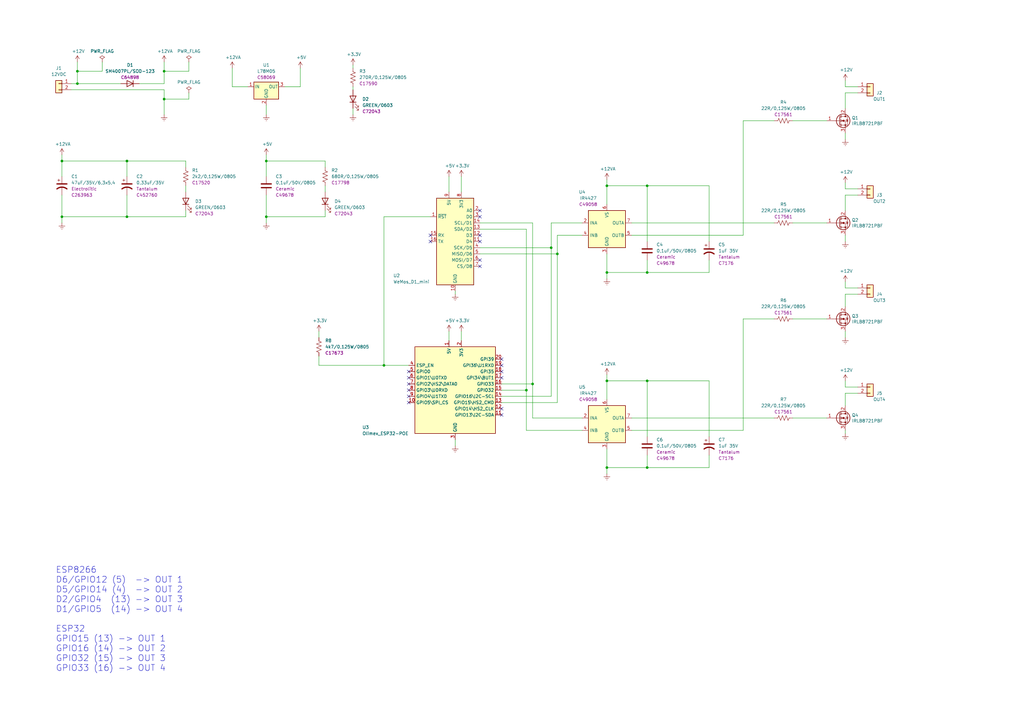
<source format=kicad_sch>
(kicad_sch (version 20230121) (generator eeschema)
  (paper "A3")
  (title_block (title "ESP 4 PWM Module") (date "2022-03-06") (rev "2"))
  (lib_symbols
    (symbol "Connector_Generic:Conn_01x02" (pin_names (offset 1.016) hide)
      (property "Reference" "J" (at 0 2.54 0))
      (property "Value" "Conn_01x02" (at 0 -5.08 0))
      (symbol "Conn_01x02_1_1"
        (rectangle (start -1.27 -2.413) (end 0 -2.667) (stroke (width 0.1524)))
        (rectangle (start -1.27 0.127) (end 0 -0.127) (stroke (width 0.1524)))
        (rectangle (start -1.27 1.27) (end 1.27 -3.81) (stroke (width 0.254)) (fill (type background)))
        (pin passive line (at -5.08 0 0) (length 3.81) (name "Pin_1") (number "1"))
        (pin passive line (at -5.08 -2.54 0) (length 3.81) (name "Pin_2") (number "2"))
      )
    )
    (symbol "Device:C" (pin_numbers hide) (pin_names (offset 0.254))
      (property "Reference" "C" (at 0.635 2.54 0))
      (property "Value" "C" (at 0.635 -2.54 0))
      (symbol "C_0_1"
        (polyline (pts (xy -2.032 -0.762) (xy 2.032 -0.762)) (stroke (width 0.508)))
        (polyline (pts (xy -2.032 0.762) (xy 2.032 0.762)) (stroke (width 0.508)))
      )
      (symbol "C_1_1"
        (pin passive line (at 0 3.81 270) (length 2.794) (name "~") (number "1"))
        (pin passive line (at 0 -3.81 90) (length 2.794) (name "~") (number "2"))
      )
    )
    (symbol "Device:C_Polarized_US" (pin_numbers hide) (pin_names (offset 0.254) hide)
      (property "Reference" "C" (at 0.635 2.54 0))
      (property "Value" "C_Polarized_US" (at 0.635 -2.54 0))
      (symbol "C_Polarized_US_0_1"
        (polyline (pts (xy -2.032 0.762) (xy 2.032 0.762)) (stroke (width 0.508)))
        (polyline (pts (xy -1.778 2.286) (xy -0.762 2.286)))
        (polyline (pts (xy -1.27 1.778) (xy -1.27 2.794)))
        (arc (start 2.032 -1.27) (mid 0 -0.5572) (end -2.032 -1.27) (stroke (width 0.508)))
      )
      (symbol "C_Polarized_US_1_1"
        (pin passive line (at 0 3.81 270) (length 2.794) (name "~") (number "1"))
        (pin passive line (at 0 -3.81 90) (length 3.302) (name "~") (number "2"))
      )
    )
    (symbol "Device:D" (pin_numbers hide) (pin_names (offset 1.016) hide)
      (property "Reference" "D" (at 0 2.54 0))
      (property "Value" "D" (at 0 -2.54 0))
      (symbol "D_0_1"
        (polyline (pts (xy -1.27 1.27) (xy -1.27 -1.27)) (stroke (width 0.254)))
        (polyline (pts (xy 1.27 0) (xy -1.27 0)))
        (polyline (pts (xy 1.27 1.27) (xy 1.27 -1.27) (xy -1.27 0) (xy 1.27 1.27)) (stroke (width 0.254)))
      )
      (symbol "D_1_1"
        (pin passive line (at -3.81 0 0) (length 2.54) (name "K") (number "1"))
        (pin passive line (at 3.81 0 180) (length 2.54) (name "A") (number "2"))
      )
    )
    (symbol "Device:LED" (pin_numbers hide) (pin_names (offset 1.016) hide)
      (property "Reference" "D" (at 0 2.54 0))
      (property "Value" "LED" (at 0 -2.54 0))
      (symbol "LED_0_1"
        (polyline (pts (xy -1.27 -1.27) (xy -1.27 1.27)) (stroke (width 0.254)))
        (polyline (pts (xy -1.27 0) (xy 1.27 0)))
        (polyline (pts (xy 1.27 -1.27) (xy 1.27 1.27) (xy -1.27 0) (xy 1.27 -1.27)) (stroke (width 0.254)))
        (polyline (pts (xy -3.048 -0.762) (xy -4.572 -2.286) (xy -3.81 -2.286) (xy -4.572 -2.286) (xy -4.572 -1.524)))
        (polyline (pts (xy -1.778 -0.762) (xy -3.302 -2.286) (xy -2.54 -2.286) (xy -3.302 -2.286) (xy -3.302 -1.524)))
      )
      (symbol "LED_1_1"
        (pin passive line (at -3.81 0 0) (length 2.54) (name "K") (number "1"))
        (pin passive line (at 3.81 0 180) (length 2.54) (name "A") (number "2"))
      )
    )
    (symbol "Device:R_US" (pin_numbers hide) (pin_names (offset 0))
      (property "Reference" "R" (at 2.54 0 90))
      (property "Value" "R_US" (at -2.54 0 90))
      (symbol "R_US_0_1"
        (polyline (pts (xy 0 -2.286) (xy 0 -2.54)))
        (polyline (pts (xy 0 2.286) (xy 0 2.54)))
        (polyline (pts (xy 0 -0.762) (xy 1.016 -1.143) (xy 0 -1.524) (xy -1.016 -1.905) (xy 0 -2.286)))
        (polyline (pts (xy 0 0.762) (xy 1.016 0.381) (xy 0 0) (xy -1.016 -0.381) (xy 0 -0.762)))
        (polyline (pts (xy 0 2.286) (xy 1.016 1.905) (xy 0 1.524) (xy -1.016 1.143) (xy 0 0.762)))
      )
      (symbol "R_US_1_1"
        (pin passive line (at 0 3.81 270) (length 1.27) (name "~") (number "1"))
        (pin passive line (at 0 -3.81 90) (length 1.27) (name "~") (number "2"))
      )
    )
    (symbol "MCU_Module:WeMos_D1_mini"
      (property "Reference" "U" (at 3.81 19.05 0))
      (property "Value" "WeMos_D1_mini" (at 1.27 -19.05 0))
      (symbol "WeMos_D1_mini_1_1"
        (rectangle (start -7.62 17.78) (end 7.62 -17.78) (stroke (width 0.254)) (fill (type background)))
        (pin input line (at -10.16 10.16 0) (length 2.54) (name "~{RST}") (number "1"))
        (pin power_in line (at 0 -20.32 90) (length 2.54) (name "GND") (number "10"))
        (pin bidirectional line (at 10.16 0 180) (length 2.54) (name "D4") (number "11"))
        (pin bidirectional line (at 10.16 2.54 180) (length 2.54) (name "D3") (number "12"))
        (pin bidirectional line (at 10.16 5.08 180) (length 2.54) (name "SDA/D2") (number "13"))
        (pin bidirectional line (at 10.16 7.62 180) (length 2.54) (name "SCL/D1") (number "14"))
        (pin input line (at -10.16 2.54 0) (length 2.54) (name "RX") (number "15"))
        (pin output line (at -10.16 0 0) (length 2.54) (name "TX") (number "16"))
        (pin input line (at 10.16 12.7 180) (length 2.54) (name "A0") (number "2"))
        (pin bidirectional line (at 10.16 10.16 180) (length 2.54) (name "D0") (number "3"))
        (pin bidirectional line (at 10.16 -2.54 180) (length 2.54) (name "SCK/D5") (number "4"))
        (pin bidirectional line (at 10.16 -5.08 180) (length 2.54) (name "MISO/D6") (number "5"))
        (pin bidirectional line (at 10.16 -7.62 180) (length 2.54) (name "MOSI/D7") (number "6"))
        (pin bidirectional line (at 10.16 -10.16 180) (length 2.54) (name "CS/D8") (number "7"))
        (pin power_out line (at 2.54 20.32 270) (length 2.54) (name "3V3") (number "8"))
        (pin power_in line (at -2.54 20.32 270) (length 2.54) (name "5V") (number "9"))
      )
    )
    (symbol "Regulator_Linear:L7805" (pin_names (offset 0.254))
      (property "Reference" "U" (at -3.81 3.175 0))
      (property "Value" "L7805" (at 0 3.175 0))
      (symbol "L7805_0_1"
        (rectangle (start -5.08 1.905) (end 5.08 -5.08) (stroke (width 0.254)) (fill (type background)))
      )
      (symbol "L7805_1_1"
        (pin power_in line (at -7.62 0 0) (length 2.54) (name "IN") (number "1"))
        (pin power_in line (at 0 -7.62 90) (length 2.54) (name "GND") (number "2"))
        (pin power_out line (at 7.62 0 180) (length 2.54) (name "OUT") (number "3"))
      )
    )
    (symbol "Tales:IR4427"
      (property "Reference" "U" (at -7.62 8.89 0))
      (property "Value" "IR4427" (at 1.27 8.89 0))
      (symbol "IR4427_0_1"
        (rectangle (start -7.62 -7.62) (end 7.62 7.62) (stroke (width 0.254)) (fill (type background)))
      )
      (symbol "IR4427_1_1"
        (pin no_connect line (at -7.62 0 0) (length 2.54) hide (name "NC") (number "1"))
        (pin input line (at -10.16 2.54 0) (length 2.54) (name "INA") (number "2"))
        (pin power_in line (at 0 -10.16 90) (length 2.54) (name "GND") (number "3"))
        (pin input line (at -10.16 -2.54 0) (length 2.54) (name "INB") (number "4"))
        (pin output line (at 10.16 -2.54 180) (length 2.54) (name "OUTB") (number "5"))
        (pin power_in line (at 0 10.16 270) (length 2.54) (name "VS") (number "6"))
        (pin output line (at 10.16 2.54 180) (length 2.54) (name "OUTA") (number "7"))
        (pin no_connect line (at 7.62 0 180) (length 2.54) hide (name "NC") (number "8"))
      )
    )
    (symbol "Tales:Olimex_ESP32-POE"
      (property "Reference" "U" (at 5.08 19.05 0))
      (property "Value" "Olimex_ESP32-POE" (at 5.08 -19.05 0))
      (symbol "Olimex_ESP32-POE_1_1"
        (rectangle (start -16.51 17.78) (end 16.51 -17.78) (stroke (width 0.254)) (fill (type background)))
        (pin power_in line (at -2.54 20.32 270) (length 2.54) (name "5V") (number "1"))
        (pin bidirectional line (at -19.05 -5.08 0) (length 2.54) (name "GPIO5\\SPI_CS") (number "10"))
        (pin bidirectional line (at 19.05 -10.16 180) (length 2.54) (name "GPIO13\\I2C-SDA") (number "11"))
        (pin bidirectional line (at 19.05 -7.62 180) (length 2.54) (name "GPIO14\\HS2_CLK") (number "12"))
        (pin bidirectional line (at 19.05 -5.08 180) (length 2.54) (name "GPIO15\\HS2_CMD") (number "13"))
        (pin bidirectional line (at 19.05 -2.54 180) (length 2.54) (name "GPIO16\\I2C-SCL") (number "14"))
        (pin bidirectional line (at 19.05 0 180) (length 2.54) (name "GPIO32") (number "15"))
        (pin bidirectional line (at 19.05 2.54 180) (length 2.54) (name "GPIO33") (number "16"))
        (pin input line (at 19.05 5.08 180) (length 2.54) (name "GPI34\\BUT1") (number "17"))
        (pin input line (at 19.05 7.62 180) (length 2.54) (name "GPI35") (number "18"))
        (pin input line (at 19.05 10.16 180) (length 2.54) (name "GPI36\\U1RXD") (number "19"))
        (pin power_out line (at 2.54 20.32 270) (length 2.54) (name "3V3") (number "2"))
        (pin input line (at 19.05 12.7 180) (length 2.54) (name "GPI39") (number "20"))
        (pin power_in line (at 0 -20.32 90) (length 2.54) (name "GND") (number "3"))
        (pin input line (at -19.05 10.16 0) (length 2.54) (name "ESP_EN") (number "4"))
        (pin bidirectional line (at -19.05 7.62 0) (length 2.54) (name "GPIO0") (number "5"))
        (pin bidirectional line (at -19.05 5.08 0) (length 2.54) (name "GPIO1\\U0TXD") (number "6"))
        (pin bidirectional line (at -19.05 2.54 0) (length 2.54) (name "GPIO2\\HS2\\DATA0") (number "7"))
        (pin bidirectional line (at -19.05 0 0) (length 2.54) (name "GPIO3\\U0RXD") (number "8"))
        (pin bidirectional line (at -19.05 -2.54 0) (length 2.54) (name "GPIO4\\U1TXD") (number "9"))
      )
    )
    (symbol "Transistor_FET:IRLB8721PBF" (pin_names hide)
      (property "Reference" "Q" (at 6.35 1.905 0))
      (property "Value" "IRLB8721PBF" (at 6.35 0 0))
      (symbol "IRLB8721PBF_0_1"
        (polyline (pts (xy 0.254 0) (xy -2.54 0)))
        (polyline (pts (xy 0.254 1.905) (xy 0.254 -1.905)) (stroke (width 0.254)))
        (polyline (pts (xy 0.762 -1.27) (xy 0.762 -2.286)) (stroke (width 0.254)))
        (polyline (pts (xy 0.762 0.508) (xy 0.762 -0.508)) (stroke (width 0.254)))
        (polyline (pts (xy 0.762 2.286) (xy 0.762 1.27)) (stroke (width 0.254)))
        (polyline (pts (xy 2.54 2.54) (xy 2.54 1.778)))
        (polyline (pts (xy 2.54 -2.54) (xy 2.54 0) (xy 0.762 0)))
        (polyline (pts (xy 0.762 -1.778) (xy 3.302 -1.778) (xy 3.302 1.778) (xy 0.762 1.778)))
        (polyline (pts (xy 1.016 0) (xy 2.032 0.381) (xy 2.032 -0.381) (xy 1.016 0)) (fill (type outline)))
        (polyline (pts (xy 2.794 0.508) (xy 2.921 0.381) (xy 3.683 0.381) (xy 3.81 0.254)))
        (polyline (pts (xy 3.302 0.381) (xy 2.921 -0.254) (xy 3.683 -0.254) (xy 3.302 0.381)))
        (circle (center 1.651 0) (radius 2.794) (stroke (width 0.254)))
        (circle (center 2.54 -1.778) (radius 0.254) (fill (type outline)))
        (circle (center 2.54 1.778) (radius 0.254) (fill (type outline)))
      )
      (symbol "IRLB8721PBF_1_1"
        (pin input line (at -5.08 0 0) (length 2.54) (name "G") (number "1"))
        (pin passive line (at 2.54 5.08 270) (length 2.54) (name "D") (number "2"))
        (pin passive line (at 2.54 -5.08 90) (length 2.54) (name "S") (number "3"))
      )
    )
    (symbol "power:+12V" (power) (pin_names (offset 0))
      (property "Value" "+12V" (at 0 3.556 0))
      (symbol "+12V_0_1"
        (polyline (pts (xy -0.762 1.27) (xy 0 2.54)))
        (polyline (pts (xy 0 0) (xy 0 2.54)))
        (polyline (pts (xy 0 2.54) (xy 0.762 1.27)))
      )
      (symbol "+12V_1_1"
        (pin power_in line (at 0 0 90) (length 0) hide (name "+12V") (number "1"))
      )
    )
    (symbol "power:+12VA" (power) (pin_names (offset 0))
      (property "Value" "+12VA" (at 0 3.556 0))
      (symbol "+12VA_0_1"
        (polyline (pts (xy -0.762 1.27) (xy 0 2.54)))
        (polyline (pts (xy 0 0) (xy 0 2.54)))
        (polyline (pts (xy 0 2.54) (xy 0.762 1.27)))
      )
      (symbol "+12VA_1_1"
        (pin power_in line (at 0 0 90) (length 0) hide (name "+12VA") (number "1"))
      )
    )
    (symbol "power:+3.3V" (power) (pin_names (offset 0))
      (property "Value" "+3.3V" (at 0 3.556 0))
      (symbol "+3.3V_0_1"
        (polyline (pts (xy -0.762 1.27) (xy 0 2.54)))
        (polyline (pts (xy 0 0) (xy 0 2.54)))
        (polyline (pts (xy 0 2.54) (xy 0.762 1.27)))
      )
      (symbol "+3.3V_1_1"
        (pin power_in line (at 0 0 90) (length 0) hide (name "+3.3V") (number "1"))
      )
    )
    (symbol "power:+5V" (power) (pin_names (offset 0))
      (property "Value" "+5V" (at 0 3.556 0))
      (symbol "+5V_0_1"
        (polyline (pts (xy -0.762 1.27) (xy 0 2.54)))
        (polyline (pts (xy 0 0) (xy 0 2.54)))
        (polyline (pts (xy 0 2.54) (xy 0.762 1.27)))
      )
      (symbol "+5V_1_1"
        (pin power_in line (at 0 0 90) (length 0) hide (name "+5V") (number "1"))
      )
    )
    (symbol "power:GNDREF" (power) (pin_names (offset 0))
      (property "Value" "GNDREF" (at 0 -3.81 0))
      (symbol "GNDREF_0_1"
        (polyline (pts (xy -0.635 -1.905) (xy 0.635 -1.905)))
        (polyline (pts (xy -0.127 -2.54) (xy 0.127 -2.54)))
        (polyline (pts (xy 0 -1.27) (xy 0 0)))
        (polyline (pts (xy 1.27 -1.27) (xy -1.27 -1.27)))
      )
      (symbol "GNDREF_1_1"
        (pin power_in line (at 0 0 270) (length 0) hide (name "GNDREF") (number "1"))
      )
    )
    (symbol "power:PWR_FLAG" (power) (pin_numbers hide) (pin_names (offset 0) hide)
      (property "Value" "PWR_FLAG" (at 0 3.81 0))
      (symbol "PWR_FLAG_0_0"
        (pin power_out line (at 0 0 90) (length 0) (name "pwr") (number "1"))
      )
      (symbol "PWR_FLAG_0_1"
        (polyline (pts (xy 0 0) (xy 0 1.27) (xy -1.016 1.905) (xy 0 2.54) (xy 1.016 1.905) (xy 0 1.27)))
      )
    )
  )
  (junction (at 265.43 156.21))
  (junction (at 31.75 29.21))
  (junction (at 248.92 111.76))
  (junction (at 25.4 66.04))
  (junction (at 248.92 191.77))
  (junction (at 52.07 66.04))
  (junction (at 157.48 149.86))
  (junction (at 215.9 160.02))
  (junction (at 25.4 88.9))
  (junction (at 218.44 157.48))
  (junction (at 109.22 66.04))
  (junction (at 52.07 88.9))
  (junction (at 265.43 111.76))
  (junction (at 67.31 29.21))
  (junction (at 67.31 40.64))
  (junction (at 265.43 76.2))
  (junction (at 228.6 104.14))
  (junction (at 31.75 34.29))
  (junction (at 109.22 88.9))
  (junction (at 226.06 101.6))
  (junction (at 265.43 191.77))
  (junction (at 248.92 156.21))
  (junction (at 248.92 76.2))
  (no_connect (at 205.74 170.18))
  (no_connect (at 167.64 160.02))
  (no_connect (at 205.74 147.32))
  (no_connect (at 196.85 99.06))
  (no_connect (at 167.64 152.4))
  (no_connect (at 176.53 99.06))
  (no_connect (at 205.74 152.4))
  (no_connect (at 196.85 109.22))
  (no_connect (at 196.85 106.68))
  (no_connect (at 196.85 96.52))
  (no_connect (at 205.74 154.94))
  (no_connect (at 205.74 149.86))
  (no_connect (at 167.64 157.48))
  (no_connect (at 196.85 86.36))
  (no_connect (at 176.53 96.52))
  (no_connect (at 167.64 162.56))
  (no_connect (at 196.85 88.9))
  (no_connect (at 167.64 165.1))
  (no_connect (at 167.64 154.94))
  (no_connect (at 205.74 167.64))
  (wire (pts (xy 228.6 104.14) (xy 228.6 96.52)))
  (wire (pts (xy 109.22 43.18) (xy 109.22 46.99)))
  (wire (pts (xy 95.25 27.94) (xy 95.25 35.56)))
  (wire (pts (xy 248.92 73.66) (xy 248.92 76.2)))
  (wire (pts (xy 25.4 66.04) (xy 25.4 72.39)))
  (wire (pts (xy 215.9 176.53) (xy 238.76 176.53)))
  (wire (pts (xy 25.4 63.5) (xy 25.4 66.04)))
  (wire (pts (xy 304.8 130.81) (xy 304.8 176.53)))
  (wire (pts (xy 67.31 36.83) (xy 67.31 40.64)))
  (wire (pts (xy 346.71 96.52) (xy 346.71 99.06)))
  (wire (pts (xy 144.78 44.45) (xy 144.78 46.99)))
  (wire (pts (xy 25.4 88.9) (xy 25.4 80.01)))
  (wire (pts (xy 248.92 76.2) (xy 248.92 83.82)))
  (wire (pts (xy 265.43 111.76) (xy 248.92 111.76)))
  (wire (pts (xy 52.07 88.9) (xy 25.4 88.9)))
  (wire (pts (xy 351.79 120.65) (xy 346.71 120.65)))
  (wire (pts (xy 176.53 88.9) (xy 157.48 88.9)))
  (wire (pts (xy 218.44 157.48) (xy 218.44 171.45)))
  (wire (pts (xy 290.83 179.07) (xy 290.83 156.21)))
  (wire (pts (xy 186.69 182.88) (xy 186.69 180.34)))
  (wire (pts (xy 259.08 171.45) (xy 317.5 171.45)))
  (wire (pts (xy 123.19 27.94) (xy 123.19 35.56)))
  (wire (pts (xy 205.74 160.02) (xy 215.9 160.02)))
  (wire (pts (xy 76.2 66.04) (xy 52.07 66.04)))
  (wire (pts (xy 130.81 146.05) (xy 130.81 149.86)))
  (wire (pts (xy 116.84 35.56) (xy 123.19 35.56)))
  (wire (pts (xy 76.2 88.9) (xy 52.07 88.9)))
  (wire (pts (xy 218.44 91.44) (xy 218.44 157.48)))
  (wire (pts (xy 41.91 29.21) (xy 41.91 25.4)))
  (wire (pts (xy 290.83 76.2) (xy 265.43 76.2)))
  (wire (pts (xy 205.74 162.56) (xy 226.06 162.56)))
  (wire (pts (xy 189.23 135.89) (xy 189.23 139.7)))
  (wire (pts (xy 133.35 86.36) (xy 133.35 88.9)))
  (wire (pts (xy 325.12 171.45) (xy 339.09 171.45)))
  (wire (pts (xy 248.92 194.31) (xy 248.92 191.77)))
  (wire (pts (xy 290.83 156.21) (xy 265.43 156.21)))
  (wire (pts (xy 218.44 171.45) (xy 238.76 171.45)))
  (wire (pts (xy 77.47 25.4) (xy 77.47 29.21)))
  (wire (pts (xy 109.22 63.5) (xy 109.22 66.04)))
  (wire (pts (xy 351.79 158.75) (xy 346.71 158.75)))
  (wire (pts (xy 144.78 26.67) (xy 144.78 27.94)))
  (wire (pts (xy 157.48 149.86) (xy 167.64 149.86)))
  (wire (pts (xy 133.35 68.58) (xy 133.35 66.04)))
  (wire (pts (xy 265.43 156.21) (xy 248.92 156.21)))
  (wire (pts (xy 31.75 34.29) (xy 49.53 34.29)))
  (wire (pts (xy 248.92 156.21) (xy 248.92 153.67)))
  (wire (pts (xy 76.2 86.36) (xy 76.2 88.9)))
  (wire (pts (xy 265.43 186.69) (xy 265.43 191.77)))
  (wire (pts (xy 346.71 158.75) (xy 346.71 156.21)))
  (wire (pts (xy 228.6 165.1) (xy 228.6 104.14)))
  (wire (pts (xy 31.75 29.21) (xy 31.75 34.29)))
  (wire (pts (xy 196.85 93.98) (xy 215.9 93.98)))
  (wire (pts (xy 265.43 179.07) (xy 265.43 156.21)))
  (wire (pts (xy 76.2 68.58) (xy 76.2 66.04)))
  (wire (pts (xy 215.9 93.98) (xy 215.9 160.02)))
  (wire (pts (xy 184.15 135.89) (xy 184.15 139.7)))
  (wire (pts (xy 346.71 38.1) (xy 346.71 44.45)))
  (wire (pts (xy 346.71 80.01) (xy 346.71 86.36)))
  (wire (pts (xy 130.81 135.89) (xy 130.81 138.43)))
  (wire (pts (xy 248.92 111.76) (xy 248.92 104.14)))
  (wire (pts (xy 133.35 88.9) (xy 109.22 88.9)))
  (wire (pts (xy 317.5 130.81) (xy 304.8 130.81)))
  (wire (pts (xy 157.48 88.9) (xy 157.48 149.86)))
  (wire (pts (xy 67.31 34.29) (xy 67.31 29.21)))
  (wire (pts (xy 351.79 80.01) (xy 346.71 80.01)))
  (wire (pts (xy 184.15 72.39) (xy 184.15 78.74)))
  (wire (pts (xy 351.79 161.29) (xy 346.71 161.29)))
  (wire (pts (xy 317.5 91.44) (xy 259.08 91.44)))
  (wire (pts (xy 304.8 176.53) (xy 259.08 176.53)))
  (wire (pts (xy 196.85 101.6) (xy 226.06 101.6)))
  (wire (pts (xy 196.85 91.44) (xy 218.44 91.44)))
  (wire (pts (xy 346.71 77.47) (xy 346.71 74.93)))
  (wire (pts (xy 130.81 149.86) (xy 157.48 149.86)))
  (wire (pts (xy 29.21 34.29) (xy 31.75 34.29)))
  (wire (pts (xy 205.74 157.48) (xy 218.44 157.48)))
  (wire (pts (xy 290.83 186.69) (xy 290.83 191.77)))
  (wire (pts (xy 109.22 80.01) (xy 109.22 88.9)))
  (wire (pts (xy 290.83 106.68) (xy 290.83 111.76)))
  (wire (pts (xy 346.71 35.56) (xy 346.71 33.02)))
  (wire (pts (xy 109.22 91.44) (xy 109.22 88.9)))
  (wire (pts (xy 29.21 36.83) (xy 67.31 36.83)))
  (wire (pts (xy 31.75 29.21) (xy 41.91 29.21)))
  (wire (pts (xy 290.83 99.06) (xy 290.83 76.2)))
  (wire (pts (xy 265.43 191.77) (xy 248.92 191.77)))
  (wire (pts (xy 226.06 91.44) (xy 238.76 91.44)))
  (wire (pts (xy 109.22 72.39) (xy 109.22 66.04)))
  (wire (pts (xy 52.07 72.39) (xy 52.07 66.04)))
  (wire (pts (xy 226.06 162.56) (xy 226.06 101.6)))
  (wire (pts (xy 351.79 38.1) (xy 346.71 38.1)))
  (wire (pts (xy 351.79 77.47) (xy 346.71 77.47)))
  (wire (pts (xy 290.83 191.77) (xy 265.43 191.77)))
  (wire (pts (xy 77.47 38.1) (xy 77.47 40.64)))
  (wire (pts (xy 31.75 25.4) (xy 31.75 29.21)))
  (wire (pts (xy 144.78 36.83) (xy 144.78 35.56)))
  (wire (pts (xy 325.12 49.53) (xy 339.09 49.53)))
  (wire (pts (xy 265.43 76.2) (xy 248.92 76.2)))
  (wire (pts (xy 95.25 35.56) (xy 101.6 35.56)))
  (wire (pts (xy 325.12 91.44) (xy 339.09 91.44)))
  (wire (pts (xy 228.6 96.52) (xy 238.76 96.52)))
  (wire (pts (xy 77.47 29.21) (xy 67.31 29.21)))
  (wire (pts (xy 265.43 99.06) (xy 265.43 76.2)))
  (wire (pts (xy 76.2 78.74) (xy 76.2 76.2)))
  (wire (pts (xy 52.07 66.04) (xy 25.4 66.04)))
  (wire (pts (xy 67.31 29.21) (xy 67.31 25.4)))
  (wire (pts (xy 265.43 106.68) (xy 265.43 111.76)))
  (wire (pts (xy 304.8 96.52) (xy 259.08 96.52)))
  (wire (pts (xy 325.12 130.81) (xy 339.09 130.81)))
  (wire (pts (xy 57.15 34.29) (xy 67.31 34.29)))
  (wire (pts (xy 346.71 54.61) (xy 346.71 57.15)))
  (wire (pts (xy 196.85 104.14) (xy 228.6 104.14)))
  (wire (pts (xy 226.06 101.6) (xy 226.06 91.44)))
  (wire (pts (xy 346.71 135.89) (xy 346.71 138.43)))
  (wire (pts (xy 67.31 40.64) (xy 67.31 46.99)))
  (wire (pts (xy 248.92 191.77) (xy 248.92 184.15)))
  (wire (pts (xy 215.9 160.02) (xy 215.9 176.53)))
  (wire (pts (xy 248.92 163.83) (xy 248.92 156.21)))
  (wire (pts (xy 189.23 72.39) (xy 189.23 78.74)))
  (wire (pts (xy 346.71 176.53) (xy 346.71 177.8)))
  (wire (pts (xy 186.69 119.38) (xy 186.69 120.65)))
  (wire (pts (xy 133.35 78.74) (xy 133.35 76.2)))
  (wire (pts (xy 351.79 118.11) (xy 346.71 118.11)))
  (wire (pts (xy 346.71 118.11) (xy 346.71 115.57)))
  (wire (pts (xy 52.07 80.01) (xy 52.07 88.9)))
  (wire (pts (xy 304.8 49.53) (xy 304.8 96.52)))
  (wire (pts (xy 133.35 66.04) (xy 109.22 66.04)))
  (wire (pts (xy 351.79 35.56) (xy 346.71 35.56)))
  (wire (pts (xy 290.83 111.76) (xy 265.43 111.76)))
  (wire (pts (xy 25.4 91.44) (xy 25.4 88.9)))
  (wire (pts (xy 304.8 49.53) (xy 317.5 49.53)))
  (wire (pts (xy 346.71 120.65) (xy 346.71 125.73)))
  (wire (pts (xy 248.92 114.3) (xy 248.92 111.76)))
  (wire (pts (xy 77.47 40.64) (xy 67.31 40.64)))
  (wire (pts (xy 346.71 161.29) (xy 346.71 166.37)))
  (wire (pts (xy 205.74 165.1) (xy 228.6 165.1)))
  (text "ESP8266\nD6/GPIO12 (5)  -> OUT 1\nD5/GPIO14 (4)  -> OUT 2\nD2/GPIO4  (13) -> OUT 3\nD1/GPIO5  (14) -> OUT 4\n\nESP32\nGPIO15 (13) -> OUT 1\nGPIO16 (14) -> OUT 2\nGPIO32 (15) -> OUT 3\nGPIO33 (16) -> OUT 4" (at 22.86 275.59 0) (effects (font (size 2.5 2.5)) (justify left bottom)))
  (symbol (lib_id "Device:R_US") (at 76.2 72.39 0) (unit 1)
    (property "Reference" "R1" (at 78.74 69.85 0) (effects (justify left)))
    (property "Value" "2k2/0,125W/0805" (at 78.74 72.39 0) (effects (justify left)))
    (property "Footprint" "Tales:R_0805_2012Metric" (effects hide))
    (property "Case" "0805/2012" (effects hide))
    (property "Mfr" "Uniroyal" (effects hide))
    (property "Mfr PN" "0805W8F2201T5E" (effects hide))
    (property "Vendor" "JLCPCB" (effects hide))
    (property "Vendor PN" "C17520" (effects hide))
    (property "JLCPCB BOM" "1" (effects hide))
    (property "LCSC Part" "C17520" (at 78.74 74.93 0) (effects (justify left)))
  )
  (symbol (lib_id "Device:D") (at 53.34 34.29 180) (unit 1)
    (property "Reference" "D1" (at 53.34 26.67 0))
    (property "Value" "SM4007PL/SOD-123" (at 53.34 29.21 0))
    (property "Footprint" "Tales:D_SOD-123" (effects hide))
    (property "Case" "SOD-123FL" (effects hide))
    (property "Mfr" "MDD" (effects hide))
    (property "Mfr PN" "SM4007PL" (effects hide))
    (property "Vendor" "JLCPCB" (effects hide))
    (property "Vendor PN" "C64898" (effects hide))
    (property "JLCPCB BOM" "1" (effects hide))
    (property "LCSC Part" "C64898" (at 53.34 31.75 0))
    (property "Sim.Device" "D" (effects hide))
    (property "Sim.Pins" "1=K 2=A" (effects hide))
  )
  (symbol (lib_id "Regulator_Linear:L7805") (at 109.22 35.56 0) (unit 1)
    (property "Reference" "U1" (at 109.22 26.67 0))
    (property "Value" "L78M05" (at 109.22 29.21 0))
    (property "Footprint" "Tales:TO-252-2" (effects hide))
    (property "Datasheet" "http://www.st.com/content/ccc/resource/technical/document/datasheet/41/4f/b3/b0/12/d4/47/88/CD00000444.pdf/files/CD00000444.pdf/jcr:content/translations/en.CD00000444.pdf" (effects hide))
    (property "Case" "TO-252" (effects hide))
    (property "Mfr" "ST Microelectronics" (effects hide))
    (property "Mfr PN" "L78M05ABDT-TR" (effects hide))
    (property "Vendor" "JLCPCB" (effects hide))
    (property "Vendor PN" "C58069" (effects hide))
    (property "JLCPCB BOM" "1" (effects hide))
    (property "LCSC Part" "C58069" (at 109.22 31.75 0))
  )
  (symbol (lib_id "power:PWR_FLAG") (at 77.47 25.4 0) (unit 1)
    (property "Reference" "#FLG0101" (effects hide))
    (property "Value" "PWR_FLAG" (at 77.47 21.0058 0))
  )
  (symbol (lib_id "power:GNDREF") (at 186.69 120.65 0) (unit 1)
    (property "Reference" "#PWR0105" (effects hide))
    (property "Value" "GNDREF" (effects hide))
  )
  (symbol (lib_id "Device:LED") (at 76.2 82.55 90) (unit 1)
    (property "Reference" "D3" (at 80.01 82.55 90) (effects (justify right)))
    (property "Value" "GREEN/0603" (at 80.01 85.09 90) (effects (justify right)))
    (property "Footprint" "Tales:LED_0603_1608Metric" (effects hide))
    (property "Case" "0603" (effects hide))
    (property "Mfr" "Everlight" (effects hide))
    (property "Mfr PN" "19-217/GHC-YR1S2/3T" (effects hide))
    (property "Vendor" "JLCPCB" (effects hide))
    (property "Vendor PN" "C72043" (effects hide))
    (property "JLCPCB BOM" "1" (effects hide))
    (property "LCSC Part" "C72043" (at 80.01 87.63 90) (effects (justify right)))
  )
  (symbol (lib_id "Connector_Generic:Conn_01x02") (at 356.87 35.56 0) (unit 1)
    (property "Reference" "J2" (at 360.68 38.1 0))
    (property "Value" "OUT1" (at 360.68 40.64 0))
    (property "Footprint" "Tales:TerminalBlock_Phoenix_MKDS-3-2-5.08_1x02_P5.08mm_Horizontal" (effects hide))
    (property "Mfr" "Metaltex" (effects hide))
    (property "Vendor" "Eletropecas" (effects hide))
    (property "Mfr PN" "BR902V" (effects hide))
    (property "Vendor PN" "29273" (effects hide))
    (property "JLCPCB BOM" "0" (effects hide))
  )
  (symbol (lib_id "Device:R_US") (at 133.35 72.39 0) (unit 1)
    (property "Reference" "R2" (at 135.89 69.85 0) (effects (justify left)))
    (property "Value" "680R/0,125W/0805" (at 135.89 72.39 0) (effects (justify left)))
    (property "Footprint" "Tales:R_0805_2012Metric" (effects hide))
    (property "Case" "0805/2012" (effects hide))
    (property "Mfr" "Uniroyal" (effects hide))
    (property "Mfr PN" "0805W8F6800T5E" (effects hide))
    (property "Vendor" "JLCPCB" (effects hide))
    (property "Vendor PN" "C17798" (effects hide))
    (property "JLCPCB BOM" "1" (effects hide))
    (property "LCSC Part" "C17798" (at 135.89 74.93 0) (effects (justify left)))
  )
  (symbol (lib_id "power:+5V") (at 109.22 63.5 0) (unit 1)
    (property "Reference" "#PWR0123" (effects hide))
    (property "Value" "+5V" (at 109.601 59.1058 0))
  )
  (symbol (lib_id "power:+3.3V") (at 144.78 26.67 0) (unit 1)
    (property "Reference" "#PWR0124" (effects hide))
    (property "Value" "+3.3V" (at 145.161 22.2758 0))
  )
  (symbol (lib_id "power:GNDREF") (at 109.22 91.44 0) (unit 1)
    (property "Reference" "#PWR0125" (effects hide))
    (property "Value" "GNDREF" (effects hide))
  )
  (symbol (lib_id "power:GNDREF") (at 144.78 46.99 0) (unit 1)
    (property "Reference" "#PWR0126" (effects hide))
    (property "Value" "GNDREF" (effects hide))
  )
  (symbol (lib_id "power:PWR_FLAG") (at 77.47 38.1 0) (unit 1)
    (property "Reference" "#FLG0102" (effects hide))
    (property "Value" "PWR_FLAG" (at 77.47 33.7058 0))
  )
  (symbol (lib_id "power:+12VA") (at 248.92 73.66 0) (unit 1)
    (property "Reference" "#PWR0101" (effects hide))
    (property "Value" "+12VA" (at 249.301 69.2658 0))
  )
  (symbol (lib_id "power:+12VA") (at 248.92 153.67 0) (unit 1)
    (property "Reference" "#PWR0111" (effects hide))
    (property "Value" "+12VA" (at 249.301 149.2758 0))
  )
  (symbol (lib_id "Tales:Olimex_ESP32-POE") (at 186.69 160.02 0) (unit 1)
    (property "Reference" "U3" (at 148.59 175.26 0) (effects (justify left)))
    (property "Value" "Olimex_ESP32-POE" (at 148.59 177.8 0) (effects (justify left)))
    (property "Footprint" "Tales:Olimex_ESP32-POE" (effects hide))
    (property "Mfr" "Olimex" (effects hide))
    (property "Mfr PN" "ESP32-POE" (effects hide))
    (property "Vendor" "Mouser" (effects hide))
    (property "Vendor PN" "909-ESP32-POE\r" (effects hide))
    (property "JLCPCB BOM" "0" (effects hide))
  )
  (symbol (lib_id "power:GNDREF") (at 186.69 182.88 0) (unit 1)
    (property "Reference" "#PWR0114" (effects hide))
    (property "Value" "GNDREF" (effects hide))
  )
  (symbol (lib_id "MCU_Module:WeMos_D1_mini") (at 186.69 99.06 0) (unit 1)
    (property "Reference" "U2" (at 161.29 113.03 0) (effects (justify left)))
    (property "Value" "WeMos_D1_mini" (at 161.29 115.57 0) (effects (justify left)))
    (property "Footprint" "Module:WEMOS_D1_mini_light" (effects hide))
    (property "Datasheet" "https://wiki.wemos.cc/products:d1:d1_mini#documentation" (effects hide))
    (property "Mfr" "Wemos" (effects hide))
    (property "Mfr PN" "D1 Mini Node MCU" (effects hide))
    (property "Vendor" "Filipeflop" (effects hide))
    (property "Vendor PN" "6WL25" (effects hide))
    (property "JLCPCB BOM" "0" (effects hide))
  )
  (symbol (lib_id "power:+3.3V") (at 189.23 135.89 0) (unit 1)
    (property "Reference" "#PWR0115" (effects hide))
    (property "Value" "+3.3V" (at 189.611 131.4958 0))
  )
  (symbol (lib_id "power:+5V") (at 184.15 135.89 0) (unit 1)
    (property "Reference" "#PWR0120" (effects hide))
    (property "Value" "+5V" (at 184.531 131.4958 0))
  )
  (symbol (lib_id "Device:R_US") (at 321.31 49.53 270) (unit 1)
    (property "Reference" "R4" (at 321.31 41.91 90))
    (property "Value" "22R/0,125W/0805" (at 321.31 44.45 90))
    (property "Footprint" "Tales:R_0805_2012Metric" (effects hide))
    (property "Case" "0805/2012" (effects hide))
    (property "Mfr" "Uniroyal" (effects hide))
    (property "Mfr PN" "0805W8F220JT5E" (effects hide))
    (property "Vendor" "JLCPCB" (effects hide))
    (property "Vendor PN" "C17561" (effects hide))
    (property "JLCPCB BOM" "1" (effects hide))
    (property "LCSC Part" "C17561" (at 321.31 46.99 90))
  )
  (symbol (lib_id "Device:R_US") (at 321.31 91.44 270) (unit 1)
    (property "Reference" "R5" (at 321.31 83.82 90))
    (property "Value" "22R/0,125W/0805" (at 321.31 86.36 90))
    (property "Footprint" "Tales:R_0805_2012Metric" (effects hide))
    (property "Case" "0805/2012" (effects hide))
    (property "Mfr" "Uniroyal" (effects hide))
    (property "Mfr PN" "0805W8F220JT5E" (effects hide))
    (property "Vendor" "JLCPCB" (effects hide))
    (property "Vendor PN" "C17561" (effects hide))
    (property "JLCPCB BOM" "1" (effects hide))
    (property "LCSC Part" "C17561" (at 321.31 88.9 90))
  )
  (symbol (lib_id "Device:R_US") (at 321.31 130.81 270) (unit 1)
    (property "Reference" "R6" (at 321.31 123.19 90))
    (property "Value" "22R/0,125W/0805" (at 321.31 125.73 90))
    (property "Footprint" "Tales:R_0805_2012Metric" (effects hide))
    (property "Case" "0805/2012" (effects hide))
    (property "Mfr" "Uniroyal" (effects hide))
    (property "Mfr PN" "0805W8F220JT5E" (effects hide))
    (property "Vendor" "JLCPCB" (effects hide))
    (property "Vendor PN" "C17561" (effects hide))
    (property "JLCPCB BOM" "1" (effects hide))
    (property "LCSC Part" "C17561" (at 321.31 128.27 90))
  )
  (symbol (lib_id "Device:R_US") (at 321.31 171.45 270) (unit 1)
    (property "Reference" "R7" (at 321.31 163.83 90))
    (property "Value" "22R/0,125W/0805" (at 321.31 166.37 90))
    (property "Footprint" "Tales:R_0805_2012Metric" (effects hide))
    (property "Case" "0805/2012" (effects hide))
    (property "Mfr" "Uniroyal" (effects hide))
    (property "Mfr PN" "0805W8F220JT5E" (effects hide))
    (property "Vendor" "JLCPCB" (effects hide))
    (property "Vendor PN" "C17561" (effects hide))
    (property "JLCPCB BOM" "1" (effects hide))
    (property "LCSC Part" "C17561" (at 321.31 168.91 90))
  )
  (symbol (lib_id "Device:C_Polarized_US") (at 290.83 102.87 0) (unit 1)
    (property "Reference" "C5" (at 294.64 100.33 0) (effects (justify left)))
    (property "Value" "1uF 35V" (at 294.64 102.87 0) (effects (justify left)))
    (property "Footprint" "Tales:CP_EIA-3216-18_Kemet-A_Pad1.58x1.35mm_HandSolder" (effects hide))
    (property "Case" "1206/3216" (effects hide))
    (property "Mfr" "AVX" (effects hide))
    (property "Vendor" "JLCPCB" (effects hide))
    (property "Mfr PN" "TAJA105K035RNJ" (effects hide))
    (property "Vendor PN" "C7176" (effects hide))
    (property "Technology" "Tantalum" (at 294.64 105.41 0) (effects (justify left)))
    (property "JLCPCB BOM" "1" (effects hide))
    (property "LCSC Part" "C7176" (at 294.64 107.95 0) (effects (justify left)))
  )
  (symbol (lib_id "Device:C_Polarized_US") (at 290.83 182.88 0) (unit 1)
    (property "Reference" "C7" (at 294.64 180.34 0) (effects (justify left)))
    (property "Value" "1uF 35V" (at 294.64 182.88 0) (effects (justify left)))
    (property "Footprint" "Tales:CP_EIA-3216-18_Kemet-A_Pad1.58x1.35mm_HandSolder" (effects hide))
    (property "Case" "1206/3216" (effects hide))
    (property "Mfr" "AVX" (effects hide))
    (property "Vendor" "JLCPCB" (effects hide))
    (property "Mfr PN" "TAJA105K035RNJ" (effects hide))
    (property "Vendor PN" "C7176" (effects hide))
    (property "Technology" "Tantalum" (at 294.64 185.42 0) (effects (justify left)))
    (property "JLCPCB BOM" "1" (effects hide))
    (property "LCSC Part" "C7176" (at 294.64 187.96 0) (effects (justify left)))
  )
  (symbol (lib_id "Tales:IR4427") (at 248.92 93.98 0) (unit 1)
    (property "Reference" "U4" (at 238.76 78.74 0))
    (property "Value" "IR4427" (at 241.3 81.28 0))
    (property "Footprint" "Tales:SOIC-8_3.9x4.9mm_P1.27mm" (effects hide))
    (property "Case" "SOIC-8" (effects hide))
    (property "Mfr" "International Rectifier" (effects hide))
    (property "Mfr PN" "IR4427STRPBF\r" (effects hide))
    (property "Vendor" "JLCPCB" (effects hide))
    (property "Vendor PN" "C49058" (effects hide))
    (property "JLCPCB BOM" "1" (effects hide))
    (property "LCSC Part" "C49058" (at 237.49 83.82 0) (effects (justify left)))
  )
  (symbol (lib_id "Tales:IR4427") (at 248.92 173.99 0) (unit 1)
    (property "Reference" "U5" (at 238.76 158.75 0))
    (property "Value" "IR4427" (at 241.3 161.29 0))
    (property "Footprint" "Tales:SOIC-8_3.9x4.9mm_P1.27mm" (effects hide))
    (property "Case" "SOIC-8" (effects hide))
    (property "Mfr" "International Rectifier" (effects hide))
    (property "Mfr PN" "IR4427STRPBF\r" (effects hide))
    (property "Vendor" "JLCPCB" (effects hide))
    (property "Vendor PN" "C49058" (effects hide))
    (property "JLCPCB BOM" "1" (effects hide))
    (property "LCSC Part" "C49058" (at 237.49 163.83 0) (effects (justify left)))
  )
  (symbol (lib_id "power:+12V") (at 31.75 25.4 0) (unit 1)
    (property "Reference" "#PWR0107" (effects hide))
    (property "Value" "+12V" (at 32.131 21.0058 0))
  )
  (symbol (lib_id "power:+3.3V") (at 189.23 72.39 0) (unit 1)
    (property "Reference" "#PWR0109" (effects hide))
    (property "Value" "+3.3V" (at 189.611 67.9958 0))
  )
  (symbol (lib_id "power:+5V") (at 184.15 72.39 0) (unit 1)
    (property "Reference" "#PWR0110" (effects hide))
    (property "Value" "+5V" (at 184.531 67.9958 0))
  )
  (symbol (lib_id "Device:C_Polarized_US") (at 52.07 76.2 0) (unit 1)
    (property "Reference" "C2" (at 55.88 72.39 0) (effects (justify left)))
    (property "Value" "0,33uF/35V" (at 55.88 74.93 0) (effects (justify left)))
    (property "Footprint" "Tales:CP_EIA-3216-18_Kemet-A_Pad1.58x1.35mm_HandSolder" (effects hide))
    (property "Case" "1206/3216" (effects hide))
    (property "Mfr" "Kemet" (effects hide))
    (property "Mfr PN" "T491A334M035AT" (effects hide))
    (property "Technology" "Tantalum" (at 55.88 77.47 0) (effects (justify left)))
    (property "Vendor" "JLCPCB" (effects hide))
    (property "Vendor PN" "C452760" (effects hide))
    (property "JLCPCB BOM" "1" (effects hide))
    (property "LCSC Part" "C452760" (at 55.88 80.01 0) (effects (justify left)))
  )
  (symbol (lib_id "power:GNDREF") (at 248.92 114.3 0) (unit 1)
    (property "Reference" "#PWR0112" (effects hide))
    (property "Value" "GNDREF" (effects hide))
  )
  (symbol (lib_id "power:GNDREF") (at 248.92 194.31 0) (unit 1)
    (property "Reference" "#PWR0113" (effects hide))
    (property "Value" "GNDREF" (effects hide))
  )
  (symbol (lib_id "power:+12V") (at 346.71 74.93 0) (unit 1)
    (property "Reference" "#PWR0116" (effects hide))
    (property "Value" "+12V" (at 347.091 70.5358 0))
  )
  (symbol (lib_id "power:GNDREF") (at 346.71 99.06 0) (unit 1)
    (property "Reference" "#PWR0117" (effects hide))
    (property "Value" "GNDREF" (effects hide))
  )
  (symbol (lib_id "Transistor_FET:IRLB8721PBF") (at 344.17 91.44 0) (unit 1)
    (property "Reference" "Q2" (at 349.3516 90.2716 0) (effects (justify left)))
    (property "Value" "IRLB8721PBF" (at 349.3516 92.583 0) (effects (justify left)))
    (property "Footprint" "Package_TO_SOT_THT:TO-220-3_Vertical" (effects hide))
    (property "Datasheet" "http://www.infineon.com/dgdl/irlb8721pbf.pdf?fileId=5546d462533600a40153566056732591" (effects hide))
    (property "Case" "TO-220-3" (effects hide))
    (property "Mfr" "Infineon" (effects hide))
    (property "Mfr PN" "IRLB8721PBF" (effects hide))
    (property "Vendor" "Mouser" (effects hide))
    (property "Vendor PN" "942-IRLB8721PBF" (effects hide))
    (property "JLCPCB BOM" "0" (effects hide))
  )
  (symbol (lib_id "Connector_Generic:Conn_01x02") (at 356.87 77.47 0) (unit 1)
    (property "Reference" "J3" (at 360.68 80.01 0))
    (property "Value" "OUT2" (at 360.68 82.55 0))
    (property "Footprint" "Tales:TerminalBlock_Phoenix_MKDS-3-2-5.08_1x02_P5.08mm_Horizontal" (effects hide))
    (property "Mfr" "Metaltex" (effects hide))
    (property "Vendor" "Eletropecas\r" (effects hide))
    (property "Mfr PN" "BR902V" (effects hide))
    (property "Vendor PN" "29273" (effects hide))
    (property "JLCPCB BOM" "0" (effects hide))
  )
  (symbol (lib_id "power:+12V") (at 346.71 115.57 0) (unit 1)
    (property "Reference" "#PWR0118" (effects hide))
    (property "Value" "+12V" (at 347.091 111.1758 0))
  )
  (symbol (lib_id "power:GNDREF") (at 346.71 138.43 0) (unit 1)
    (property "Reference" "#PWR0119" (effects hide))
    (property "Value" "GNDREF" (effects hide))
  )
  (symbol (lib_id "Transistor_FET:IRLB8721PBF") (at 344.17 130.81 0) (unit 1)
    (property "Reference" "Q3" (at 349.3516 129.6416 0) (effects (justify left)))
    (property "Value" "IRLB8721PBF" (at 349.3516 131.953 0) (effects (justify left)))
    (property "Footprint" "Package_TO_SOT_THT:TO-220-3_Vertical" (effects hide))
    (property "Datasheet" "http://www.infineon.com/dgdl/irlb8721pbf.pdf?fileId=5546d462533600a40153566056732591" (effects hide))
    (property "Case" "TO-220-3" (effects hide))
    (property "Mfr" "Infineon" (effects hide))
    (property "Mfr PN" "IRLB8721PBF" (effects hide))
    (property "Vendor" "Mouser" (effects hide))
    (property "Vendor PN" "942-IRLB8721PBF" (effects hide))
    (property "JLCPCB BOM" "0" (effects hide))
  )
  (symbol (lib_id "Connector_Generic:Conn_01x02") (at 356.87 118.11 0) (unit 1)
    (property "Reference" "J4" (at 360.68 120.65 0))
    (property "Value" "OUT3" (at 360.68 123.19 0))
    (property "Footprint" "Tales:TerminalBlock_Phoenix_MKDS-3-2-5.08_1x02_P5.08mm_Horizontal" (effects hide))
    (property "Mfr" "Metaltex" (effects hide))
    (property "Vendor" "Eletropecas" (effects hide))
    (property "Mfr PN" "BR902V" (effects hide))
    (property "Vendor PN" "29273" (effects hide))
    (property "JLCPCB BOM" "0" (effects hide))
  )
  (symbol (lib_id "power:+12V") (at 346.71 156.21 0) (unit 1)
    (property "Reference" "#PWR0128" (effects hide))
    (property "Value" "+12V" (at 347.091 151.8158 0))
  )
  (symbol (lib_id "power:GNDREF") (at 346.71 177.8 0) (unit 1)
    (property "Reference" "#PWR0129" (effects hide))
    (property "Value" "GNDREF" (effects hide))
  )
  (symbol (lib_id "Transistor_FET:IRLB8721PBF") (at 344.17 171.45 0) (unit 1)
    (property "Reference" "Q4" (at 349.3516 170.2816 0) (effects (justify left)))
    (property "Value" "IRLB8721PBF" (at 349.3516 172.593 0) (effects (justify left)))
    (property "Footprint" "Package_TO_SOT_THT:TO-220-3_Vertical" (effects hide))
    (property "Datasheet" "http://www.infineon.com/dgdl/irlb8721pbf.pdf?fileId=5546d462533600a40153566056732591" (effects hide))
    (property "Case" "TO-220-3" (effects hide))
    (property "Mfr" "Infineon" (effects hide))
    (property "Mfr PN" "IRLB8721PBF" (effects hide))
    (property "Vendor" "Mouser" (effects hide))
    (property "Vendor PN" "942-IRLB8721PBF" (effects hide))
    (property "JLCPCB BOM" "0" (effects hide))
  )
  (symbol (lib_id "Connector_Generic:Conn_01x02") (at 356.87 158.75 0) (unit 1)
    (property "Reference" "J5" (at 360.68 161.29 0))
    (property "Value" "OUT4" (at 360.68 163.83 0))
    (property "Footprint" "Tales:TerminalBlock_Phoenix_MKDS-3-2-5.08_1x02_P5.08mm_Horizontal" (effects hide))
    (property "Mfr" "Metaltex" (effects hide))
    (property "Vendor" "Eletropecas\r" (effects hide))
    (property "Mfr PN" "BR902V" (effects hide))
    (property "Vendor PN" "29273" (effects hide))
    (property "JLCPCB BOM" "0" (effects hide))
  )
  (symbol (lib_id "power:+12VA") (at 67.31 25.4 0) (unit 1)
    (property "Reference" "#PWR0130" (effects hide))
    (property "Value" "+12VA" (at 67.691 21.0058 0))
  )
  (symbol (lib_id "power:+12VA") (at 95.25 27.94 0) (unit 1)
    (property "Reference" "#PWR0131" (effects hide))
    (property "Value" "+12VA" (at 95.631 23.5458 0))
  )
  (symbol (lib_id "power:+12VA") (at 25.4 63.5 0) (unit 1)
    (property "Reference" "#PWR0132" (effects hide))
    (property "Value" "+12VA" (at 25.781 59.1058 0))
  )
  (symbol (lib_id "power:PWR_FLAG") (at 41.91 25.4 0) (unit 1)
    (property "Reference" "#FLG0104" (effects hide))
    (property "Value" "PWR_FLAG" (at 41.91 21.0058 0))
  )
  (symbol (lib_id "Device:C") (at 265.43 102.87 0) (unit 1)
    (property "Reference" "C4" (at 269.24 100.33 0) (effects (justify left)))
    (property "Value" "0,1uF/50V/0805" (at 269.24 102.87 0) (effects (justify left)))
    (property "Footprint" "Tales:C_0805_2012Metric" (effects hide))
    (property "Case" "0805/2012" (effects hide))
    (property "Mfr" "Yageo" (effects hide))
    (property "Mfr PN" "CC0805KRX7R9BB104" (effects hide))
    (property "Vendor" "JLCPCB" (effects hide))
    (property "Vendor PN" "C49678" (effects hide))
    (property "Technology" "Ceramic" (at 269.24 105.41 0) (effects (justify left)))
    (property "JLCPCB BOM" "1" (effects hide))
    (property "LCSC Part" "C49678" (at 269.24 107.95 0) (effects (justify left)))
  )
  (symbol (lib_id "Device:C") (at 265.43 182.88 0) (unit 1)
    (property "Reference" "C6" (at 269.24 180.34 0) (effects (justify left)))
    (property "Value" "0,1uF/50V/0805" (at 269.24 182.88 0) (effects (justify left)))
    (property "Footprint" "Tales:C_0805_2012Metric" (effects hide))
    (property "Case" "0805/2012" (effects hide))
    (property "Mfr" "Yageo" (effects hide))
    (property "Mfr PN" "CC0805KRX7R9BB104" (effects hide))
    (property "Vendor" "JLCPCB" (effects hide))
    (property "Vendor PN" "C49678" (effects hide))
    (property "Technology" "Ceramic" (at 269.24 185.42 0) (effects (justify left)))
    (property "JLCPCB BOM" "1" (effects hide))
    (property "LCSC Part" "C49678" (at 269.24 187.96 0) (effects (justify left)))
  )
  (symbol (lib_id "Transistor_FET:IRLB8721PBF") (at 344.17 49.53 0) (unit 1)
    (property "Reference" "Q1" (at 349.3516 48.3616 0) (effects (justify left)))
    (property "Value" "IRLB8721PBF" (at 349.3516 50.673 0) (effects (justify left)))
    (property "Footprint" "Package_TO_SOT_THT:TO-220-3_Vertical" (effects hide))
    (property "Datasheet" "http://www.infineon.com/dgdl/irlb8721pbf.pdf?fileId=5546d462533600a40153566056732591" (effects hide))
    (property "Case" "TO-220-3" (effects hide))
    (property "Mfr" "Infineon" (effects hide))
    (property "Mfr PN" "IRLB8721PBF" (effects hide))
    (property "Vendor" "Mouser" (effects hide))
    (property "Vendor PN" "942-IRLB8721PBF" (effects hide))
    (property "JLCPCB BOM" "0" (effects hide))
  )
  (symbol (lib_id "power:GNDREF") (at 109.22 46.99 0) (unit 1)
    (property "Reference" "#PWR0102" (effects hide))
    (property "Value" "GNDREF" (effects hide))
  )
  (symbol (lib_id "power:+5V") (at 123.19 27.94 0) (unit 1)
    (property "Reference" "#PWR0104" (effects hide))
    (property "Value" "+5V" (at 123.571 23.5458 0))
  )
  (symbol (lib_id "Connector_Generic:Conn_01x02") (at 24.13 34.29 0) (mirror y) (unit 1)
    (property "Reference" "J1" (at 24.13 27.94 0))
    (property "Value" "12VDC" (at 24.13 30.48 0))
    (property "Footprint" "Tales:TerminalBlock_Phoenix_MKDS-3-2-5.08_1x02_P5.08mm_Horizontal" (effects hide))
    (property "Mfr" "Metaltex" (effects hide))
    (property "Vendor" "Eletropecas\r" (effects hide))
    (property "Mfr PN" "BR902V\r" (effects hide))
    (property "Vendor PN" "29273" (effects hide))
    (property "JLCPCB BOM" "0" (effects hide))
  )
  (symbol (lib_id "power:GNDREF") (at 67.31 46.99 0) (unit 1)
    (property "Reference" "#PWR0108" (effects hide))
    (property "Value" "GNDREF" (effects hide))
  )
  (symbol (lib_id "Device:C") (at 109.22 76.2 0) (unit 1)
    (property "Reference" "C3" (at 113.03 72.39 0) (effects (justify left)))
    (property "Value" "0,1uF/50V/0805" (at 113.03 74.93 0) (effects (justify left)))
    (property "Footprint" "Tales:C_0805_2012Metric" (effects hide))
    (property "Technology" "Ceramic" (at 113.03 77.47 0) (effects (justify left)))
    (property "Case" "0805/2012" (effects hide))
    (property "Mfr" "Yageo" (effects hide))
    (property "Mfr PN" "CC0805KRX7R9BB104" (effects hide))
    (property "Vendor" "JLCPCB" (effects hide))
    (property "Vendor PN" "C49678" (effects hide))
    (property "JLCPCB BOM" "1" (effects hide))
    (property "LCSC Part" "C49678" (at 113.03 80.01 0) (effects (justify left)))
  )
  (symbol (lib_id "Device:LED") (at 133.35 82.55 90) (unit 1)
    (property "Reference" "D4" (at 137.16 82.55 90) (effects (justify right)))
    (property "Value" "GREEN/0603" (at 137.16 85.09 90) (effects (justify right)))
    (property "Footprint" "Tales:LED_0603_1608Metric" (effects hide))
    (property "Case" "0603" (effects hide))
    (property "Mfr" "Everlight" (effects hide))
    (property "Mfr PN" "19-217/GHC-YR1S2/3T" (effects hide))
    (property "Vendor" "JLCPCB" (effects hide))
    (property "Vendor PN" "C72043" (effects hide))
    (property "JLCPCB BOM" "1" (effects hide))
    (property "LCSC Part" "C72043" (at 137.16 87.63 90) (effects (justify right)))
  )
  (symbol (lib_id "Device:LED") (at 144.78 40.64 90) (unit 1)
    (property "Reference" "D2" (at 148.59 40.64 90) (effects (justify right)))
    (property "Value" "GREEN/0603" (at 148.59 43.18 90) (effects (justify right)))
    (property "Footprint" "Tales:LED_0603_1608Metric" (effects hide))
    (property "Case" "0603" (effects hide))
    (property "Mfr" "Everlight" (effects hide))
    (property "Mfr PN" "19-217/GHC-YR1S2/3T" (effects hide))
    (property "Vendor" "JLCPCB" (effects hide))
    (property "Vendor PN" "C72043" (effects hide))
    (property "JLCPCB BOM" "1" (effects hide))
    (property "LCSC Part" "C72043" (at 148.59 45.72 90) (effects (justify right)))
  )
  (symbol (lib_id "Device:R_US") (at 144.78 31.75 0) (unit 1)
    (property "Reference" "R3" (at 147.32 29.21 0) (effects (justify left)))
    (property "Value" "270R/0,125W/0805" (at 147.32 31.75 0) (effects (justify left)))
    (property "Footprint" "Tales:R_0805_2012Metric" (effects hide))
    (property "Case" "0805/2012" (effects hide))
    (property "Mfr" "Uniroyal" (effects hide))
    (property "Mfr PN" "0805W8F2700T5E" (effects hide))
    (property "Vendor" "JLCPCB" (effects hide))
    (property "Vendor PN" "C17590" (effects hide))
    (property "JLCPCB BOM" "1" (effects hide))
    (property "LCSC Part" "C17590" (at 147.32 34.29 0) (effects (justify left)))
  )
  (symbol (lib_id "Device:C_Polarized_US") (at 25.4 76.2 0) (unit 1)
    (property "Reference" "C1" (at 29.21 72.39 0) (effects (justify left)))
    (property "Value" "47uF/35V/6,3x5,4" (at 29.21 74.93 0) (effects (justify left)))
    (property "Footprint" "Tales:CP_Elec_6.3x5.4" (effects hide))
    (property "Case" "6,3x5,4" (effects hide))
    (property "Mfr" "Semtech" (effects hide))
    (property "Mfr PN" "CK1V470MCRE54" (effects hide))
    (property "Vendor" "JLCPCB" (effects hide))
    (property "Vendor PN" "C263963" (effects hide))
    (property "Technology" "Electrolitic" (at 29.21 77.47 0) (effects (justify left)))
    (property "JLCPCB BOM" "1" (effects hide))
    (property "LCSC Part" "C263963" (at 29.21 80.01 0) (effects (justify left)))
  )
  (symbol (lib_id "power:GNDREF") (at 25.4 91.44 0) (unit 1)
    (property "Reference" "#PWR0127" (effects hide))
    (property "Value" "GNDREF" (effects hide))
  )
  (symbol (lib_id "power:GNDREF") (at 346.71 57.15 0) (unit 1)
    (property "Reference" "#PWR0106" (effects hide))
    (property "Value" "GNDREF" (effects hide))
  )
  (symbol (lib_id "power:+12V") (at 346.71 33.02 0) (unit 1)
    (property "Reference" "#PWR0103" (effects hide))
    (property "Value" "+12V" (at 347.091 28.6258 0))
  )
  (symbol (lib_id "Device:R_US") (at 130.81 142.24 0) (unit 1)
    (property "Reference" "R8" (at 133.35 139.7 0) (effects (justify left)))
    (property "Value" "4k7/0,125W/0805" (at 133.35 142.24 0) (effects (justify left)))
    (property "Footprint" "Tales:R_0805_2012Metric" (effects hide))
    (property "Case" "0805/2012" (effects hide))
    (property "Mfr" "Uniroyal" (effects hide))
    (property "Mfr PN" "0805W8F6800T5E" (effects hide))
    (property "Vendor" "JLCPCB" (effects hide))
    (property "Vendor PN" "C17673" (effects hide))
    (property "JLCPCB BOM" "1" (effects hide))
    (property "LCSC Part" "C17673" (at 133.35 144.78 0) (effects (justify left)))
  )
  (symbol (lib_id "power:+3.3V") (at 130.81 135.89 0) (unit 1)
    (property "Reference" "#PWR0121" (effects hide))
    (property "Value" "+3.3V" (at 131.191 131.4958 0))
  )
)
</source>
